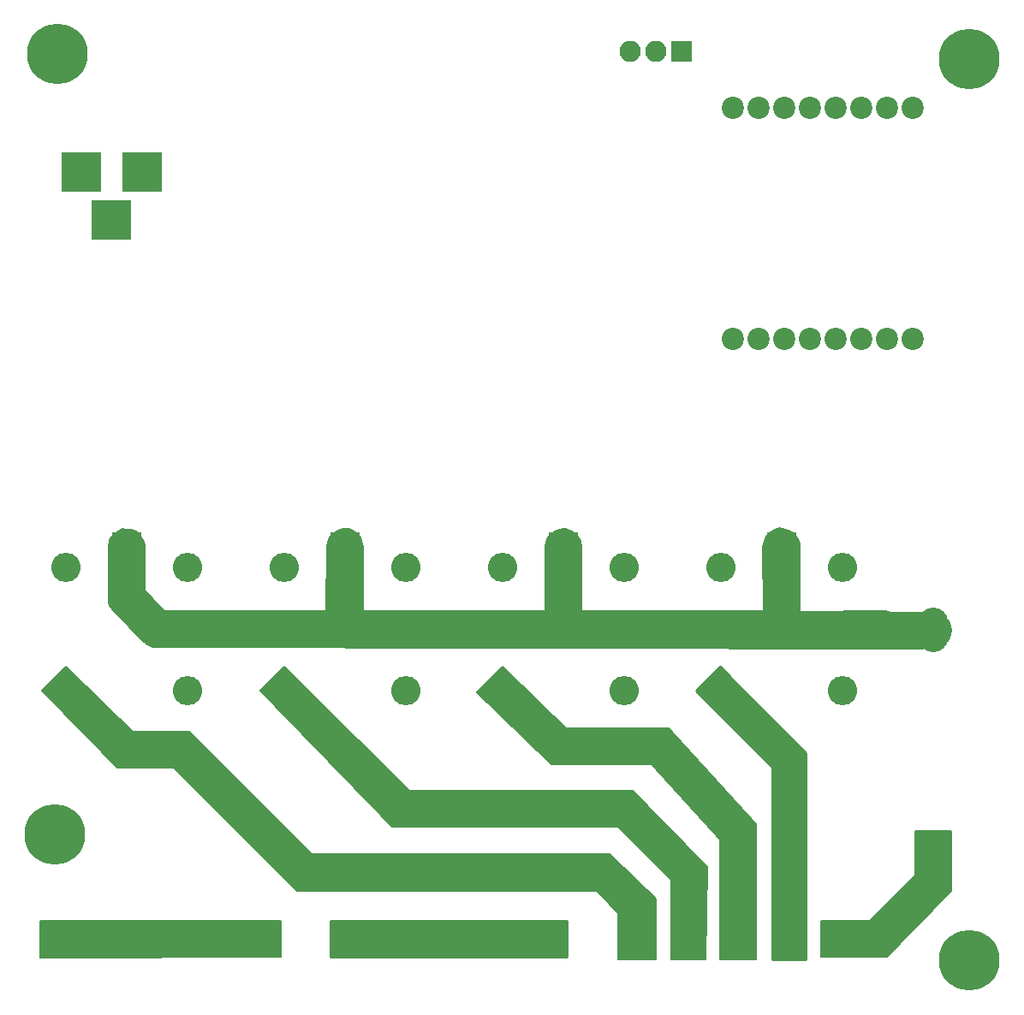
<source format=gbr>
G04 #@! TF.GenerationSoftware,KiCad,Pcbnew,(5.0.0)*
G04 #@! TF.CreationDate,2018-08-06T10:04:36+01:00*
G04 #@! TF.ProjectId,Sonoff_4ch_switch,536F6E6F66665F3463685F7377697463,rev?*
G04 #@! TF.SameCoordinates,Original*
G04 #@! TF.FileFunction,Soldermask,Bot*
G04 #@! TF.FilePolarity,Negative*
%FSLAX46Y46*%
G04 Gerber Fmt 4.6, Leading zero omitted, Abs format (unit mm)*
G04 Created by KiCad (PCBNEW (5.0.0)) date 08/06/18 10:04:36*
%MOMM*%
%LPD*%
G01*
G04 APERTURE LIST*
%ADD10C,0.150000*%
%ADD11R,2.100000X2.100000*%
%ADD12O,2.100000X2.100000*%
%ADD13C,2.200000*%
%ADD14O,2.900000X4.400000*%
%ADD15R,3.900000X3.900000*%
%ADD16O,2.900000X2.900000*%
%ADD17R,2.900000X2.900000*%
%ADD18C,2.900000*%
%ADD19C,6.000000*%
%ADD20C,0.254000*%
G04 APERTURE END LIST*
D10*
G36*
X85979000Y-123317000D02*
X107950000Y-123317000D01*
X107950000Y-126873000D01*
X84201000Y-127000000D01*
X84201000Y-123317000D01*
X85979000Y-123317000D01*
G37*
X85979000Y-123317000D02*
X107950000Y-123317000D01*
X107950000Y-126873000D01*
X84201000Y-127000000D01*
X84201000Y-123317000D01*
X85979000Y-123317000D01*
G36*
X140589000Y-116713000D02*
X110998000Y-116713000D01*
X98933000Y-104648000D01*
X93345000Y-104648000D01*
X86741000Y-98171000D01*
X84328000Y-100584000D01*
X91821000Y-108204000D01*
X97409000Y-108204000D01*
X109601000Y-120396000D01*
X139192000Y-120396000D01*
X141351000Y-122555000D01*
X141351000Y-127127000D01*
X145034000Y-127127000D01*
X145034000Y-121158000D01*
X140462000Y-116713000D01*
X140589000Y-116713000D01*
G37*
X140589000Y-116713000D02*
X110998000Y-116713000D01*
X98933000Y-104648000D01*
X93345000Y-104648000D01*
X86741000Y-98171000D01*
X84328000Y-100584000D01*
X91821000Y-108204000D01*
X97409000Y-108204000D01*
X109601000Y-120396000D01*
X139192000Y-120396000D01*
X141351000Y-122555000D01*
X141351000Y-127127000D01*
X145034000Y-127127000D01*
X145034000Y-121158000D01*
X140462000Y-116713000D01*
X140589000Y-116713000D01*
G36*
X142748000Y-110490000D02*
X120650000Y-110490000D01*
X108331000Y-98171000D01*
X105918000Y-100584000D01*
X118999000Y-114046000D01*
X141351000Y-114046000D01*
X146558000Y-119253000D01*
X146558000Y-127127000D01*
X149987000Y-127127000D01*
X150114000Y-117983000D01*
X142748000Y-110490000D01*
G37*
X142748000Y-110490000D02*
X120650000Y-110490000D01*
X108331000Y-98171000D01*
X105918000Y-100584000D01*
X118999000Y-114046000D01*
X141351000Y-114046000D01*
X146558000Y-119253000D01*
X146558000Y-127127000D01*
X149987000Y-127127000D01*
X150114000Y-117983000D01*
X142748000Y-110490000D01*
G36*
X154940000Y-125222000D02*
X154940000Y-113792000D01*
X146304000Y-104267000D01*
X136144000Y-104267000D01*
X129921000Y-98171000D01*
X127381000Y-100711000D01*
X134747000Y-107823000D01*
X144653000Y-107823000D01*
X151384000Y-115316000D01*
X151384000Y-127127000D01*
X154940000Y-127127000D01*
X154940000Y-125222000D01*
G37*
X154940000Y-125222000D02*
X154940000Y-113792000D01*
X146304000Y-104267000D01*
X136144000Y-104267000D01*
X129921000Y-98171000D01*
X127381000Y-100711000D01*
X134747000Y-107823000D01*
X144653000Y-107823000D01*
X151384000Y-115316000D01*
X151384000Y-127127000D01*
X154940000Y-127127000D01*
X154940000Y-125222000D01*
G36*
X166243000Y-123317000D02*
X161417000Y-123317000D01*
X161417000Y-126873000D01*
X167894000Y-126873000D01*
X174244000Y-120396000D01*
X174244000Y-114427000D01*
X170688000Y-114427000D01*
X170688000Y-118872000D01*
X166243000Y-123317000D01*
G37*
X166243000Y-123317000D02*
X161417000Y-123317000D01*
X161417000Y-126873000D01*
X167894000Y-126873000D01*
X174244000Y-120396000D01*
X174244000Y-114427000D01*
X170688000Y-114427000D01*
X170688000Y-118872000D01*
X166243000Y-123317000D01*
G36*
X171348400Y-96367600D02*
X95504000Y-96266000D01*
X95250000Y-96215200D01*
X94894400Y-96062800D01*
X94640400Y-95910400D01*
X94335600Y-95656400D01*
X94081600Y-95402400D01*
X91440000Y-92710000D01*
X91033600Y-92151200D01*
X90932000Y-91744800D01*
X90932000Y-91490800D01*
X90932000Y-86309200D01*
X91033600Y-85750400D01*
X91135200Y-85496400D01*
X91236800Y-85344000D01*
X91694000Y-84886800D01*
X91846400Y-84785200D01*
X92252800Y-84582000D01*
X92659200Y-84632800D01*
X93167200Y-84632800D01*
X93675200Y-84836000D01*
X94183200Y-85394800D01*
X94437200Y-85852000D01*
X94488000Y-86156800D01*
X94488000Y-90678000D01*
X96469200Y-92710000D01*
X112471200Y-92710000D01*
X112522000Y-86258400D01*
X112725200Y-85547200D01*
X112877600Y-85344000D01*
X113436400Y-84785200D01*
X113792000Y-84632800D01*
X114249200Y-84582000D01*
X114604800Y-84582000D01*
X114858800Y-84632800D01*
X115316000Y-84886800D01*
X115773200Y-85242400D01*
X115824000Y-85496400D01*
X115925600Y-85699600D01*
X116027200Y-86106000D01*
X116078000Y-86309200D01*
X116078000Y-92710000D01*
X134112000Y-92710000D01*
X134112000Y-86309200D01*
X134162800Y-85902800D01*
X134366000Y-85394800D01*
X134467600Y-85242400D01*
X135026400Y-84836000D01*
X135432800Y-84632800D01*
X136042400Y-84582000D01*
X136296400Y-84632800D01*
X136753600Y-84785200D01*
X137363200Y-85344000D01*
X137617200Y-85699600D01*
X137617200Y-85953600D01*
X137668000Y-86258400D01*
X137668000Y-92710000D01*
X155702000Y-92710000D01*
X155651200Y-86309200D01*
X155854400Y-85496400D01*
X156159200Y-85039200D01*
X156819600Y-84632800D01*
X157226000Y-84429600D01*
X158140400Y-84734400D01*
X158699200Y-84988400D01*
X159105600Y-85598000D01*
X159258000Y-86106000D01*
X159258000Y-92760800D01*
X167792400Y-92710000D01*
X168198800Y-92811600D01*
X171399200Y-92811600D01*
X173888400Y-93522800D01*
X174193200Y-94081600D01*
X174244000Y-94589600D01*
X174193200Y-94945200D01*
X174091600Y-95300800D01*
X173939200Y-95605600D01*
X171399200Y-96367600D01*
X171348400Y-96367600D01*
G37*
X171348400Y-96367600D02*
X95504000Y-96266000D01*
X95250000Y-96215200D01*
X94894400Y-96062800D01*
X94640400Y-95910400D01*
X94335600Y-95656400D01*
X94081600Y-95402400D01*
X91440000Y-92710000D01*
X91033600Y-92151200D01*
X90932000Y-91744800D01*
X90932000Y-91490800D01*
X90932000Y-86309200D01*
X91033600Y-85750400D01*
X91135200Y-85496400D01*
X91236800Y-85344000D01*
X91694000Y-84886800D01*
X91846400Y-84785200D01*
X92252800Y-84582000D01*
X92659200Y-84632800D01*
X93167200Y-84632800D01*
X93675200Y-84836000D01*
X94183200Y-85394800D01*
X94437200Y-85852000D01*
X94488000Y-86156800D01*
X94488000Y-90678000D01*
X96469200Y-92710000D01*
X112471200Y-92710000D01*
X112522000Y-86258400D01*
X112725200Y-85547200D01*
X112877600Y-85344000D01*
X113436400Y-84785200D01*
X113792000Y-84632800D01*
X114249200Y-84582000D01*
X114604800Y-84582000D01*
X114858800Y-84632800D01*
X115316000Y-84886800D01*
X115773200Y-85242400D01*
X115824000Y-85496400D01*
X115925600Y-85699600D01*
X116027200Y-86106000D01*
X116078000Y-86309200D01*
X116078000Y-92710000D01*
X134112000Y-92710000D01*
X134112000Y-86309200D01*
X134162800Y-85902800D01*
X134366000Y-85394800D01*
X134467600Y-85242400D01*
X135026400Y-84836000D01*
X135432800Y-84632800D01*
X136042400Y-84582000D01*
X136296400Y-84632800D01*
X136753600Y-84785200D01*
X137363200Y-85344000D01*
X137617200Y-85699600D01*
X137617200Y-85953600D01*
X137668000Y-86258400D01*
X137668000Y-92710000D01*
X155702000Y-92710000D01*
X155651200Y-86309200D01*
X155854400Y-85496400D01*
X156159200Y-85039200D01*
X156819600Y-84632800D01*
X157226000Y-84429600D01*
X158140400Y-84734400D01*
X158699200Y-84988400D01*
X159105600Y-85598000D01*
X159258000Y-86106000D01*
X159258000Y-92760800D01*
X167792400Y-92710000D01*
X168198800Y-92811600D01*
X171399200Y-92811600D01*
X173888400Y-93522800D01*
X174193200Y-94081600D01*
X174244000Y-94589600D01*
X174193200Y-94945200D01*
X174091600Y-95300800D01*
X173939200Y-95605600D01*
X171399200Y-96367600D01*
X171348400Y-96367600D01*
D11*
G04 #@! TO.C,J5*
X147574000Y-37338000D03*
D12*
X145034000Y-37338000D03*
X142494000Y-37338000D03*
G04 #@! TD*
D13*
G04 #@! TO.C,U2*
X170434000Y-42926000D03*
X167894000Y-42926000D03*
X165354000Y-42926000D03*
X162814000Y-42926000D03*
X160274000Y-42926000D03*
X157734000Y-42926000D03*
X155194000Y-42926000D03*
X152654000Y-42926000D03*
X152654000Y-65786000D03*
X155194000Y-65786000D03*
X157734000Y-65786000D03*
X160274000Y-65786000D03*
X162814000Y-65786000D03*
X165354000Y-65786000D03*
X167894000Y-65786000D03*
X170434000Y-65786000D03*
G04 #@! TD*
D14*
G04 #@! TO.C,F1*
X172466000Y-94586000D03*
X172466000Y-116586000D03*
G04 #@! TD*
D15*
G04 #@! TO.C,J1*
X91234000Y-53976000D03*
X88234000Y-49276000D03*
X94234000Y-49276000D03*
G04 #@! TD*
D16*
G04 #@! TO.C,K1*
X163480000Y-88360000D03*
X163480000Y-100560000D03*
X151480000Y-100560000D03*
X151480000Y-88360000D03*
D17*
X157480000Y-86360000D03*
G04 #@! TD*
G04 #@! TO.C,K2*
X135890000Y-86360000D03*
D16*
X129890000Y-88360000D03*
X129890000Y-100560000D03*
X141890000Y-100560000D03*
X141890000Y-88360000D03*
G04 #@! TD*
G04 #@! TO.C,K3*
X120300000Y-88360000D03*
X120300000Y-100560000D03*
X108300000Y-100560000D03*
X108300000Y-88360000D03*
D17*
X114300000Y-86360000D03*
G04 #@! TD*
G04 #@! TO.C,K4*
X92710000Y-86360000D03*
D16*
X86710000Y-88360000D03*
X86710000Y-100560000D03*
X98710000Y-100560000D03*
X98710000Y-88360000D03*
G04 #@! TD*
D17*
G04 #@! TO.C,J2*
X163195000Y-125095000D03*
D18*
X158195000Y-125095000D03*
X153195000Y-125095000D03*
X148195000Y-125095000D03*
X143195000Y-125095000D03*
G04 #@! TD*
G04 #@! TO.C,J3*
X114620000Y-125095000D03*
X119620000Y-125095000D03*
X124620000Y-125095000D03*
X129620000Y-125095000D03*
D17*
X134620000Y-125095000D03*
G04 #@! TD*
G04 #@! TO.C,J4*
X106045000Y-125095000D03*
D18*
X101045000Y-125095000D03*
X96045000Y-125095000D03*
X91045000Y-125095000D03*
X86045000Y-125095000D03*
G04 #@! TD*
D19*
G04 #@! TO.C,REF\002A\002A*
X85852000Y-37592000D03*
G04 #@! TD*
G04 #@! TO.C,REF\002A\002A*
X176022000Y-38100000D03*
G04 #@! TD*
G04 #@! TO.C,REF\002A\002A*
X176022000Y-127254000D03*
G04 #@! TD*
G04 #@! TO.C,REF\002A\002A*
X85598000Y-114808000D03*
G04 #@! TD*
D20*
G36*
X136271000Y-126873000D02*
X112903000Y-126873000D01*
X112903000Y-123317000D01*
X136271000Y-123317000D01*
X136271000Y-126873000D01*
X136271000Y-126873000D01*
G37*
X136271000Y-126873000D02*
X112903000Y-126873000D01*
X112903000Y-123317000D01*
X136271000Y-123317000D01*
X136271000Y-126873000D01*
G36*
X159893000Y-106732606D02*
X159893000Y-127127000D01*
X156591000Y-127127000D01*
X156591000Y-108204000D01*
X156581333Y-108155399D01*
X156553803Y-108114197D01*
X149023606Y-100584000D01*
X151384000Y-98223606D01*
X159893000Y-106732606D01*
X159893000Y-106732606D01*
G37*
X159893000Y-106732606D02*
X159893000Y-127127000D01*
X156591000Y-127127000D01*
X156591000Y-108204000D01*
X156581333Y-108155399D01*
X156553803Y-108114197D01*
X149023606Y-100584000D01*
X151384000Y-98223606D01*
X159893000Y-106732606D01*
M02*

</source>
